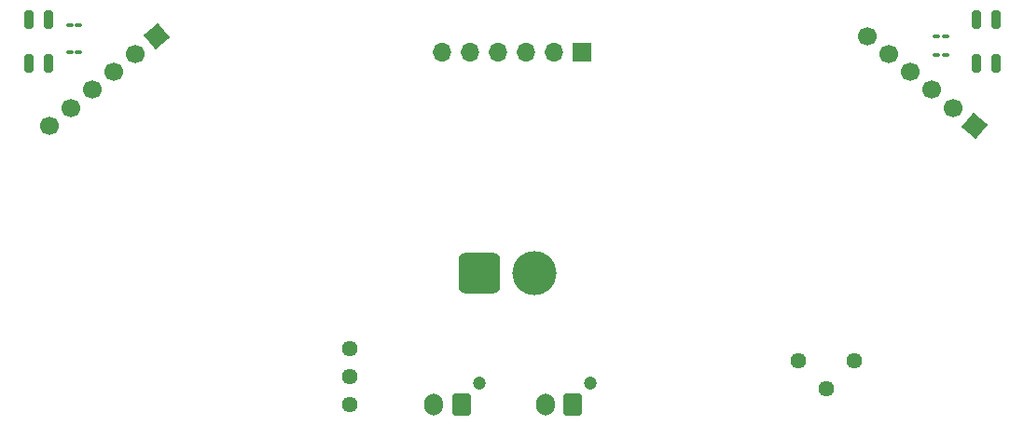
<source format=gbr>
%TF.GenerationSoftware,KiCad,Pcbnew,9.0.0+1*%
%TF.CreationDate,2025-04-07T23:30:12+02:00*%
%TF.ProjectId,WikiSumo_v25,57696b69-5375-46d6-9f5f-7632352e6b69,rev?*%
%TF.SameCoordinates,Original*%
%TF.FileFunction,Soldermask,Bot*%
%TF.FilePolarity,Negative*%
%FSLAX46Y46*%
G04 Gerber Fmt 4.6, Leading zero omitted, Abs format (unit mm)*
G04 Created by KiCad (PCBNEW 9.0.0+1) date 2025-04-07 23:30:12*
%MOMM*%
%LPD*%
G01*
G04 APERTURE LIST*
G04 Aperture macros list*
%AMRoundRect*
0 Rectangle with rounded corners*
0 $1 Rounding radius*
0 $2 $3 $4 $5 $6 $7 $8 $9 X,Y pos of 4 corners*
0 Add a 4 corners polygon primitive as box body*
4,1,4,$2,$3,$4,$5,$6,$7,$8,$9,$2,$3,0*
0 Add four circle primitives for the rounded corners*
1,1,$1+$1,$2,$3*
1,1,$1+$1,$4,$5*
1,1,$1+$1,$6,$7*
1,1,$1+$1,$8,$9*
0 Add four rect primitives between the rounded corners*
20,1,$1+$1,$2,$3,$4,$5,0*
20,1,$1+$1,$4,$5,$6,$7,0*
20,1,$1+$1,$6,$7,$8,$9,0*
20,1,$1+$1,$8,$9,$2,$3,0*%
%AMHorizOval*
0 Thick line with rounded ends*
0 $1 width*
0 $2 $3 position (X,Y) of the first rounded end (center of the circle)*
0 $4 $5 position (X,Y) of the second rounded end (center of the circle)*
0 Add line between two ends*
20,1,$1,$2,$3,$4,$5,0*
0 Add two circle primitives to create the rounded ends*
1,1,$1,$2,$3*
1,1,$1,$4,$5*%
%AMRotRect*
0 Rectangle, with rotation*
0 The origin of the aperture is its center*
0 $1 length*
0 $2 width*
0 $3 Rotation angle, in degrees counterclockwise*
0 Add horizontal line*
21,1,$1,$2,0,0,$3*%
G04 Aperture macros list end*
%ADD10RoundRect,0.760000X-1.140000X-1.140000X1.140000X-1.140000X1.140000X1.140000X-1.140000X1.140000X0*%
%ADD11C,4.000000*%
%ADD12RotRect,1.700000X1.700000X230.000000*%
%ADD13HorizOval,1.700000X0.000000X0.000000X0.000000X0.000000X0*%
%ADD14C,1.440000*%
%ADD15C,1.200000*%
%ADD16RoundRect,0.250000X0.600000X0.750000X-0.600000X0.750000X-0.600000X-0.750000X0.600000X-0.750000X0*%
%ADD17O,1.700000X2.000000*%
%ADD18RotRect,1.700000X1.700000X310.000000*%
%ADD19HorizOval,1.700000X0.000000X0.000000X0.000000X0.000000X0*%
%ADD20R,1.700000X1.700000*%
%ADD21O,1.700000X1.700000*%
%ADD22RoundRect,0.100000X-0.217500X-0.100000X0.217500X-0.100000X0.217500X0.100000X-0.217500X0.100000X0*%
%ADD23RoundRect,0.197500X0.197500X0.632500X-0.197500X0.632500X-0.197500X-0.632500X0.197500X-0.632500X0*%
%ADD24RoundRect,0.100000X0.217500X0.100000X-0.217500X0.100000X-0.217500X-0.100000X0.217500X-0.100000X0*%
G04 APERTURE END LIST*
D10*
%TO.C,J4*%
X147000000Y-94500000D03*
D11*
X152000000Y-94500000D03*
%TD*%
D12*
%TO.C,J3*%
X192000000Y-81163403D03*
D13*
X190054247Y-79530722D03*
X188108494Y-77898042D03*
X186162741Y-76265361D03*
X184216988Y-74632681D03*
X182271235Y-73000000D03*
%TD*%
D14*
%TO.C,RV2*%
X135250000Y-101420000D03*
X135250000Y-103960000D03*
X135250000Y-106500000D03*
%TD*%
D15*
%TO.C,J6*%
X157100000Y-104500000D03*
D16*
X155500000Y-106500000D03*
D17*
X153000000Y-106500000D03*
%TD*%
D18*
%TO.C,J1*%
X117728764Y-73000000D03*
D19*
X115783011Y-74632681D03*
X113837258Y-76265361D03*
X111891505Y-77898042D03*
X109945752Y-79530722D03*
X108000000Y-81163403D03*
%TD*%
D14*
%TO.C,RV1*%
X176000000Y-102500000D03*
X178540000Y-105040000D03*
X181080000Y-102500000D03*
%TD*%
D15*
%TO.C,J5*%
X147000000Y-104500000D03*
D16*
X145400000Y-106500000D03*
D17*
X142900000Y-106500000D03*
%TD*%
D20*
%TO.C,J2*%
X156350000Y-74500000D03*
D21*
X153810000Y-74500000D03*
X151270000Y-74500000D03*
X148730000Y-74500000D03*
X146190000Y-74500000D03*
X143650000Y-74500000D03*
%TD*%
D22*
%TO.C,R1*%
X109821630Y-72000000D03*
X110636630Y-72000000D03*
%TD*%
D23*
%TO.C,U3*%
X107900000Y-71500000D03*
X107900000Y-75500000D03*
X106100000Y-75500000D03*
X106100000Y-71500000D03*
%TD*%
D24*
%TO.C,R2*%
X110636630Y-74500000D03*
X109821630Y-74500000D03*
%TD*%
%TO.C,R3*%
X189340000Y-73000000D03*
X188525000Y-73000000D03*
%TD*%
D23*
%TO.C,U4*%
X193900000Y-71500000D03*
X193900000Y-75500000D03*
X192100000Y-75500000D03*
X192100000Y-71500000D03*
%TD*%
D22*
%TO.C,R4*%
X188525000Y-74750000D03*
X189340000Y-74750000D03*
%TD*%
M02*

</source>
